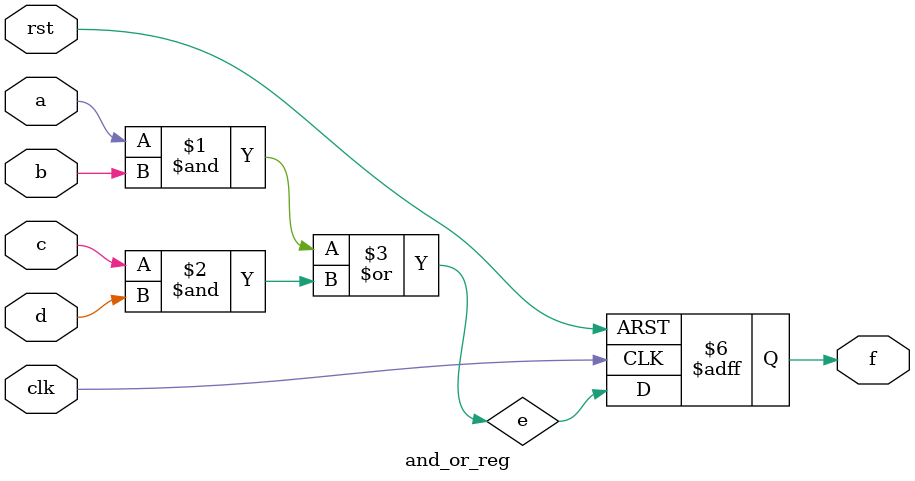
<source format=v>
module and_or_reg (
input clk,
input rst,
input a , 
input b,
input c,
input d,
output reg f
  //input wire a, b, c, d,    // Inputs a, b, c, d
  //input wire clk,           // Clock signal
  //input wire rst,           // Reset signal
  //output reg f              // Output f (registered output)
);

  // Internal signal to hold the combinational logic result
  //wire e;
// or wire e = (a & b) | (c & d);
wire e = (a & b) | (c & d);
  // Combinational logic: AND and OR gates
  //assign e = (a & b) | (c & d);

  // Sequential logic: Register with asynchronous reset
  //always @(posedge clk or negedge rst) begin
  always @(posedge clk, negedge rst) begin
    if (~rst) begin					// or !rst
      f <= 1'b0;  
		end	  // Asynchronous reset (active-low)
    else begin
      f <= e;     
		end	  // On clock edge, store the value of e
  end

endmodule

</source>
